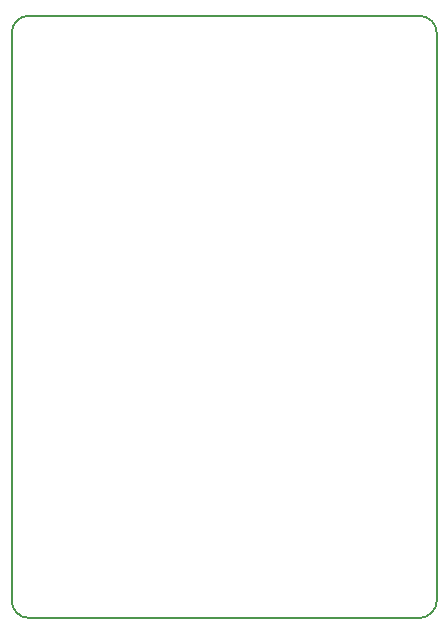
<source format=gbr>
%TF.GenerationSoftware,KiCad,Pcbnew,(7.0.0-0)*%
%TF.CreationDate,2023-06-08T17:13:50+08:00*%
%TF.ProjectId,thumb,7468756d-622e-46b6-9963-61645f706362,v1.0.0*%
%TF.SameCoordinates,Original*%
%TF.FileFunction,Profile,NP*%
%FSLAX46Y46*%
G04 Gerber Fmt 4.6, Leading zero omitted, Abs format (unit mm)*
G04 Created by KiCad (PCBNEW (7.0.0-0)) date 2023-06-08 17:13:50*
%MOMM*%
%LPD*%
G01*
G04 APERTURE LIST*
%TA.AperFunction,Profile*%
%ADD10C,0.150000*%
%TD*%
G04 APERTURE END LIST*
D10*
X-7500000Y-8500000D02*
X25500000Y-8500000D01*
X-9000000Y-7000000D02*
X-9000000Y41000000D01*
X-7500000Y42500000D02*
X25500000Y42500000D01*
X27000000Y-7000000D02*
X27000000Y41000000D01*
X25500000Y-8500000D02*
G75*
G03*
X27000000Y-7000000I0J1500000D01*
G01*
X27000000Y41000000D02*
G75*
G03*
X25500000Y42500000I-1500000J0D01*
G01*
X-7500000Y42500000D02*
G75*
G03*
X-9000000Y41000000I0J-1500000D01*
G01*
X-9000000Y-7000000D02*
G75*
G03*
X-7500000Y-8500000I1500000J0D01*
G01*
M02*

</source>
